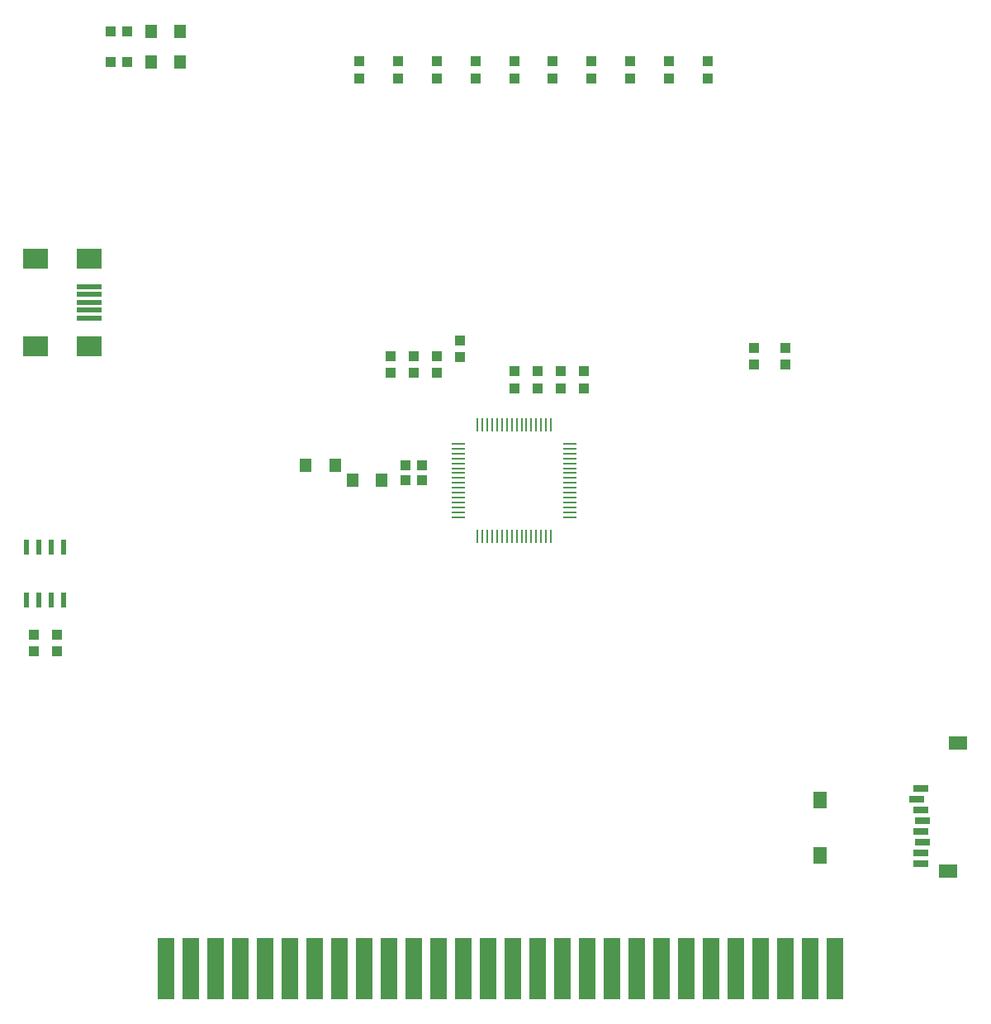
<source format=gtp>
G75*
%MOIN*%
%OFA0B0*%
%FSLAX25Y25*%
%IPPOS*%
%LPD*%
%AMOC8*
5,1,8,0,0,1.08239X$1,22.5*
%
%ADD10R,0.04724X0.05512*%
%ADD11R,0.04331X0.03937*%
%ADD12R,0.06500X0.25000*%
%ADD13R,0.02362X0.06102*%
%ADD14R,0.03937X0.04331*%
%ADD15R,0.05800X0.01100*%
%ADD16R,0.01100X0.05800*%
%ADD17R,0.09843X0.01969*%
%ADD18R,0.09843X0.07874*%
%ADD19R,0.05512X0.07087*%
%ADD20R,0.07480X0.05512*%
%ADD21R,0.05906X0.03150*%
D10*
X0162698Y0243308D03*
X0155759Y0249558D03*
X0143948Y0249558D03*
X0174509Y0243308D03*
X0093259Y0412058D03*
X0093259Y0424558D03*
X0081448Y0424558D03*
X0081448Y0412058D03*
D11*
X0071950Y0412058D03*
X0065257Y0412058D03*
X0065257Y0424558D03*
X0071950Y0424558D03*
X0184007Y0249558D03*
X0184007Y0243308D03*
X0190700Y0243308D03*
X0190700Y0249558D03*
D12*
X0087478Y0046433D03*
X0097478Y0046433D03*
X0107478Y0046433D03*
X0117478Y0046433D03*
X0127478Y0046433D03*
X0137478Y0046433D03*
X0147478Y0046433D03*
X0157478Y0046433D03*
X0167478Y0046433D03*
X0177478Y0046433D03*
X0187478Y0046433D03*
X0197478Y0046433D03*
X0207478Y0046433D03*
X0217478Y0046433D03*
X0227478Y0046433D03*
X0237478Y0046433D03*
X0247478Y0046433D03*
X0257478Y0046433D03*
X0267478Y0046433D03*
X0277478Y0046433D03*
X0287478Y0046433D03*
X0297478Y0046433D03*
X0307478Y0046433D03*
X0317478Y0046433D03*
X0327478Y0046433D03*
X0337478Y0046433D03*
X0347478Y0046433D03*
X0357478Y0046433D03*
D13*
X0046182Y0195065D03*
X0041221Y0195065D03*
X0036182Y0195065D03*
X0031182Y0195065D03*
X0031182Y0216285D03*
X0036182Y0216285D03*
X0041221Y0216285D03*
X0046182Y0216325D03*
D14*
X0043603Y0181030D03*
X0043603Y0174337D03*
X0034228Y0174337D03*
X0034228Y0181030D03*
X0177978Y0286837D03*
X0177978Y0293530D03*
X0187353Y0293530D03*
X0187353Y0286837D03*
X0196728Y0286837D03*
X0196728Y0293530D03*
X0206103Y0293087D03*
X0206103Y0299780D03*
X0227978Y0287280D03*
X0227978Y0280587D03*
X0237353Y0280587D03*
X0237353Y0287280D03*
X0246728Y0287280D03*
X0246728Y0280587D03*
X0256103Y0280587D03*
X0256103Y0287280D03*
X0324853Y0289962D03*
X0324853Y0296655D03*
X0337353Y0296655D03*
X0337353Y0289962D03*
X0306103Y0405587D03*
X0306103Y0412280D03*
X0290478Y0412280D03*
X0290478Y0405587D03*
X0274853Y0405587D03*
X0274853Y0412280D03*
X0259228Y0412280D03*
X0259228Y0405587D03*
X0243603Y0405587D03*
X0243603Y0412280D03*
X0227978Y0412280D03*
X0227978Y0405587D03*
X0212353Y0405587D03*
X0212353Y0412280D03*
X0196728Y0412280D03*
X0196728Y0405587D03*
X0181103Y0405587D03*
X0181103Y0412280D03*
X0165478Y0412280D03*
X0165478Y0405587D03*
D15*
X0205478Y0258108D03*
X0205478Y0256108D03*
X0205478Y0254108D03*
X0205478Y0252208D03*
X0205478Y0250208D03*
X0205478Y0248208D03*
X0205478Y0246308D03*
X0205478Y0244308D03*
X0205478Y0242308D03*
X0205478Y0240308D03*
X0205478Y0238408D03*
X0205478Y0236408D03*
X0205478Y0234408D03*
X0205478Y0232508D03*
X0205478Y0230508D03*
X0205478Y0228508D03*
X0250478Y0228508D03*
X0250478Y0230508D03*
X0250478Y0232508D03*
X0250478Y0234408D03*
X0250478Y0236408D03*
X0250478Y0238408D03*
X0250478Y0240308D03*
X0250478Y0242308D03*
X0250478Y0244308D03*
X0250478Y0246308D03*
X0250478Y0248208D03*
X0250478Y0250208D03*
X0250478Y0252208D03*
X0250478Y0254108D03*
X0250478Y0256108D03*
X0250478Y0258108D03*
D16*
X0242778Y0265808D03*
X0240778Y0265808D03*
X0238778Y0265808D03*
X0236878Y0265808D03*
X0234878Y0265808D03*
X0232878Y0265808D03*
X0230978Y0265808D03*
X0228978Y0265808D03*
X0226978Y0265808D03*
X0224978Y0265808D03*
X0223078Y0265808D03*
X0221078Y0265808D03*
X0219078Y0265808D03*
X0217178Y0265808D03*
X0215178Y0265808D03*
X0213178Y0265808D03*
X0213178Y0220808D03*
X0215178Y0220808D03*
X0217178Y0220808D03*
X0219078Y0220808D03*
X0221078Y0220808D03*
X0223078Y0220808D03*
X0224978Y0220808D03*
X0226978Y0220808D03*
X0228978Y0220808D03*
X0230978Y0220808D03*
X0232878Y0220808D03*
X0234878Y0220808D03*
X0236878Y0220808D03*
X0238778Y0220808D03*
X0240778Y0220808D03*
X0242778Y0220808D03*
D17*
X0056571Y0308884D03*
X0056571Y0312033D03*
X0056571Y0315183D03*
X0056571Y0318333D03*
X0056571Y0321482D03*
D18*
X0056571Y0332900D03*
X0034917Y0332900D03*
X0034917Y0297467D03*
X0056571Y0297467D03*
D19*
X0351428Y0114445D03*
X0351428Y0092004D03*
D20*
X0403200Y0085705D03*
X0407137Y0137476D03*
D21*
X0391979Y0119130D03*
X0390405Y0114799D03*
X0391979Y0110469D03*
X0392767Y0106138D03*
X0391979Y0101807D03*
X0392767Y0097476D03*
X0391979Y0093146D03*
X0391979Y0088815D03*
M02*

</source>
